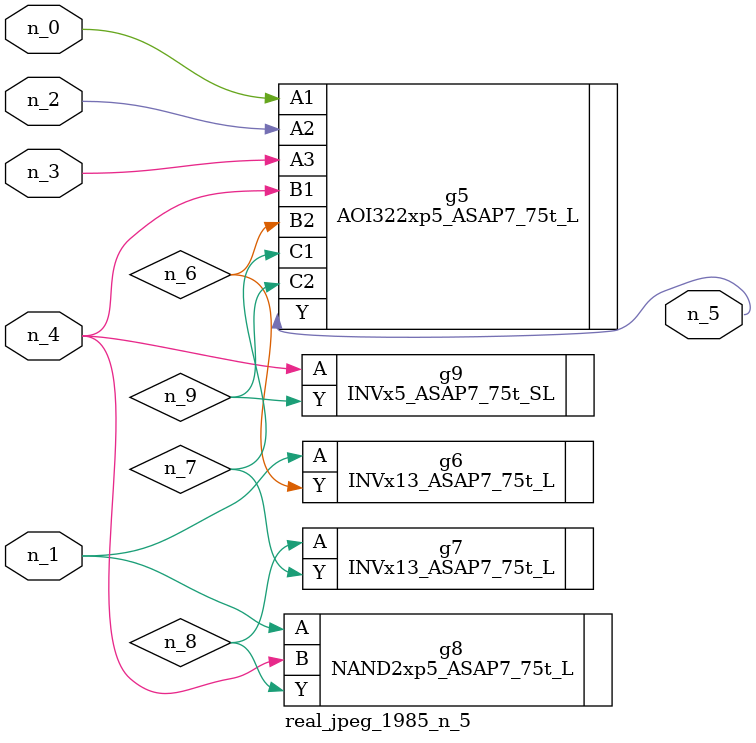
<source format=v>
module real_jpeg_1985_n_5 (n_4, n_0, n_1, n_2, n_3, n_5);

input n_4;
input n_0;
input n_1;
input n_2;
input n_3;

output n_5;

wire n_8;
wire n_6;
wire n_7;
wire n_9;

AOI322xp5_ASAP7_75t_L g5 ( 
.A1(n_0),
.A2(n_2),
.A3(n_3),
.B1(n_4),
.B2(n_6),
.C1(n_7),
.C2(n_9),
.Y(n_5)
);

INVx13_ASAP7_75t_L g6 ( 
.A(n_1),
.Y(n_6)
);

NAND2xp5_ASAP7_75t_L g8 ( 
.A(n_1),
.B(n_4),
.Y(n_8)
);

INVx5_ASAP7_75t_SL g9 ( 
.A(n_4),
.Y(n_9)
);

INVx13_ASAP7_75t_L g7 ( 
.A(n_8),
.Y(n_7)
);


endmodule
</source>
